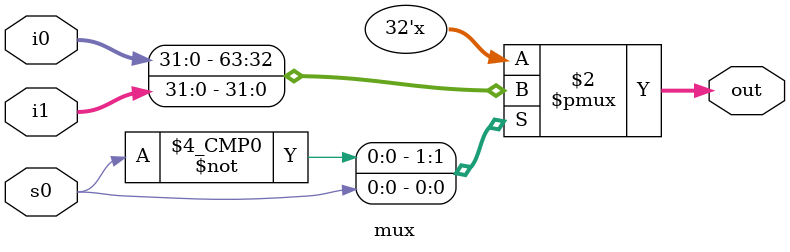
<source format=v>
/* 
mux operation 
*/

module mux #(parameter DATA_WIDTH = 32)(
	input [DATA_WIDTH-1:0] i0,i1,
	input s0,
	output reg [DATA_WIDTH-1:0] out);

	always@(*) begin
		case(s0)
			1'b0 : out = i0;
			1'b1 : out = i1;
		endcase
	end
endmodule

</source>
